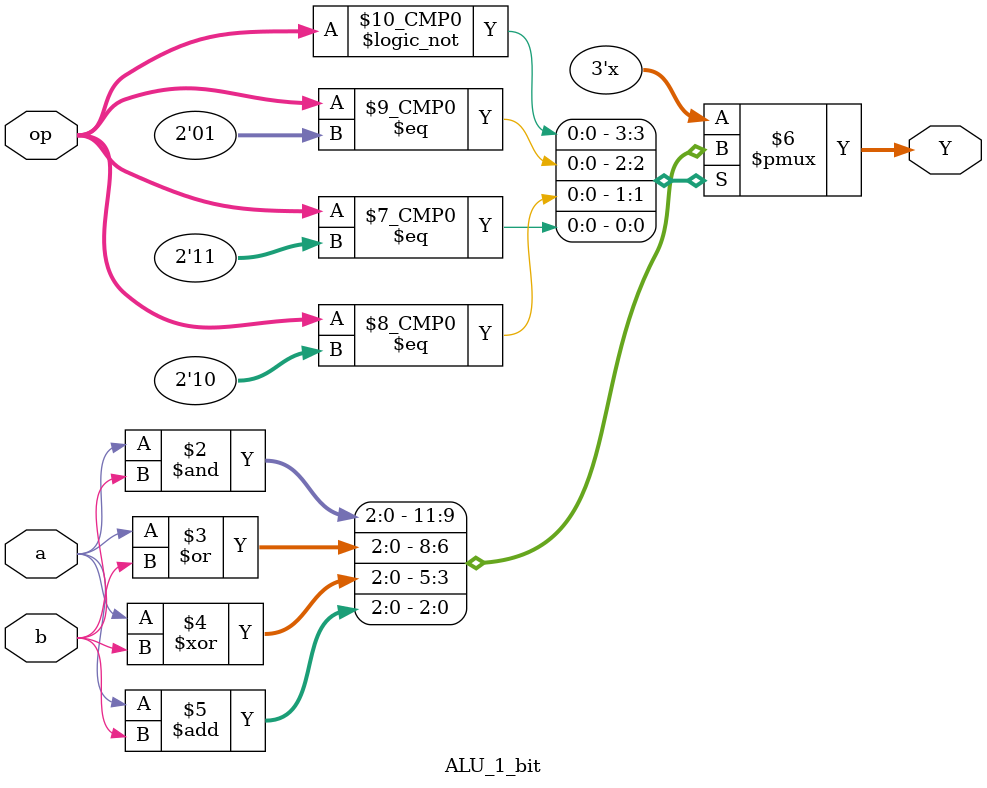
<source format=v>
module ALU_1_bit(a, b, op, Y); 
      input a, b;
      input [1:0] op;
      output [2:0] Y;
      reg Y;
      always@(a or b or op)
          begin
               case (op)
                  2'b00:  Y = a&b;   // AND
                  2'b01:  Y = a|b;   // OR
                  2'b10:  Y = a^b;    // XOR
                  2'b11:  Y = a+b;    // addition
               endcase
      end
endmodule
</source>
